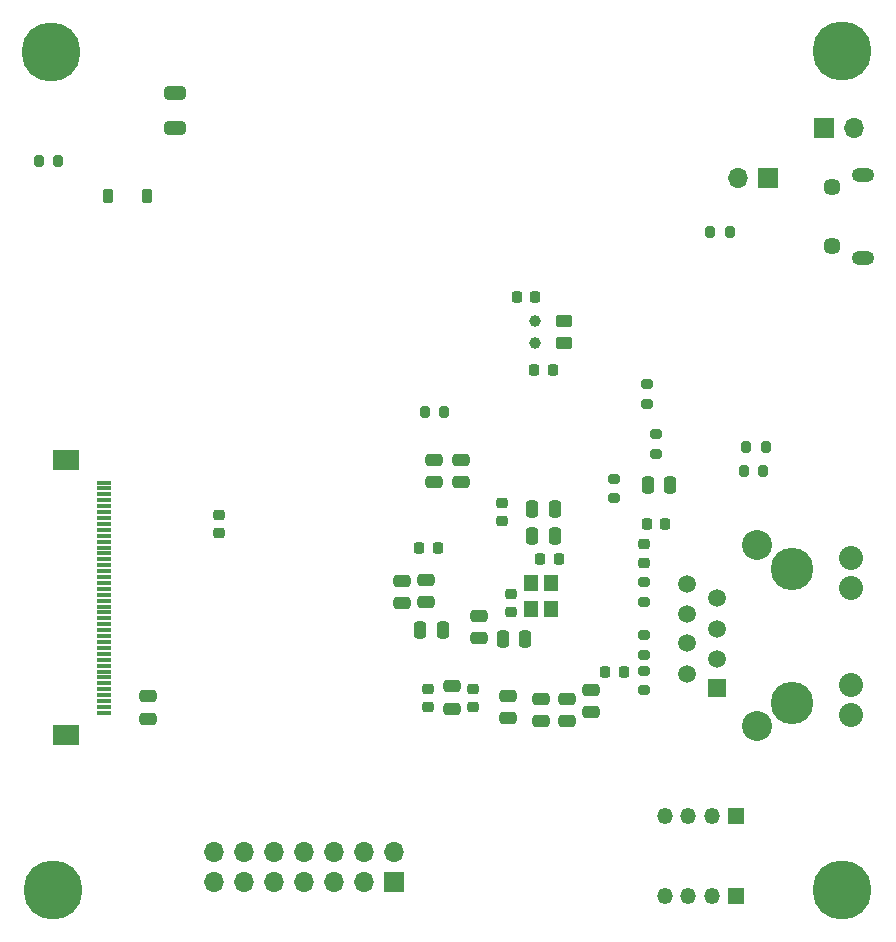
<source format=gbs>
G04 #@! TF.GenerationSoftware,KiCad,Pcbnew,8.0.8*
G04 #@! TF.CreationDate,2025-04-08T21:38:23+05:30*
G04 #@! TF.ProjectId,kaage_pi,6b616167-655f-4706-992e-6b696361645f,rev?*
G04 #@! TF.SameCoordinates,Original*
G04 #@! TF.FileFunction,Soldermask,Bot*
G04 #@! TF.FilePolarity,Negative*
%FSLAX46Y46*%
G04 Gerber Fmt 4.6, Leading zero omitted, Abs format (unit mm)*
G04 Created by KiCad (PCBNEW 8.0.8) date 2025-04-08 21:38:23*
%MOMM*%
%LPD*%
G01*
G04 APERTURE LIST*
G04 Aperture macros list*
%AMRoundRect*
0 Rectangle with rounded corners*
0 $1 Rounding radius*
0 $2 $3 $4 $5 $6 $7 $8 $9 X,Y pos of 4 corners*
0 Add a 4 corners polygon primitive as box body*
4,1,4,$2,$3,$4,$5,$6,$7,$8,$9,$2,$3,0*
0 Add four circle primitives for the rounded corners*
1,1,$1+$1,$2,$3*
1,1,$1+$1,$4,$5*
1,1,$1+$1,$6,$7*
1,1,$1+$1,$8,$9*
0 Add four rect primitives between the rounded corners*
20,1,$1+$1,$2,$3,$4,$5,0*
20,1,$1+$1,$4,$5,$6,$7,0*
20,1,$1+$1,$6,$7,$8,$9,0*
20,1,$1+$1,$8,$9,$2,$3,0*%
G04 Aperture macros list end*
%ADD10C,5.000000*%
%ADD11R,1.350000X1.350000*%
%ADD12O,1.350000X1.350000*%
%ADD13C,2.540000*%
%ADD14R,1.500000X1.500000*%
%ADD15C,1.500000*%
%ADD16C,2.032000*%
%ADD17C,3.599180*%
%ADD18R,1.700000X1.700000*%
%ADD19O,1.700000X1.700000*%
%ADD20C,1.000000*%
%ADD21O,1.900000X1.200000*%
%ADD22C,1.450000*%
%ADD23RoundRect,0.225000X0.225000X0.250000X-0.225000X0.250000X-0.225000X-0.250000X0.225000X-0.250000X0*%
%ADD24RoundRect,0.200000X-0.275000X0.200000X-0.275000X-0.200000X0.275000X-0.200000X0.275000X0.200000X0*%
%ADD25RoundRect,0.225000X0.225000X0.375000X-0.225000X0.375000X-0.225000X-0.375000X0.225000X-0.375000X0*%
%ADD26RoundRect,0.200000X0.275000X-0.200000X0.275000X0.200000X-0.275000X0.200000X-0.275000X-0.200000X0*%
%ADD27RoundRect,0.250000X0.250000X0.475000X-0.250000X0.475000X-0.250000X-0.475000X0.250000X-0.475000X0*%
%ADD28RoundRect,0.250000X0.475000X-0.250000X0.475000X0.250000X-0.475000X0.250000X-0.475000X-0.250000X0*%
%ADD29RoundRect,0.200000X0.200000X0.275000X-0.200000X0.275000X-0.200000X-0.275000X0.200000X-0.275000X0*%
%ADD30RoundRect,0.250000X-0.475000X0.250000X-0.475000X-0.250000X0.475000X-0.250000X0.475000X0.250000X0*%
%ADD31R,1.300000X0.300000*%
%ADD32R,2.200000X1.800000*%
%ADD33RoundRect,0.250000X-0.250000X-0.475000X0.250000X-0.475000X0.250000X0.475000X-0.250000X0.475000X0*%
%ADD34R,1.200000X1.400000*%
%ADD35RoundRect,0.225000X0.250000X-0.225000X0.250000X0.225000X-0.250000X0.225000X-0.250000X-0.225000X0*%
%ADD36RoundRect,0.225000X-0.225000X-0.250000X0.225000X-0.250000X0.225000X0.250000X-0.225000X0.250000X0*%
%ADD37RoundRect,0.225000X-0.250000X0.225000X-0.250000X-0.225000X0.250000X-0.225000X0.250000X0.225000X0*%
%ADD38RoundRect,0.200000X-0.200000X-0.275000X0.200000X-0.275000X0.200000X0.275000X-0.200000X0.275000X0*%
%ADD39RoundRect,0.250000X0.450000X-0.262500X0.450000X0.262500X-0.450000X0.262500X-0.450000X-0.262500X0*%
%ADD40RoundRect,0.218750X0.218750X0.256250X-0.218750X0.256250X-0.218750X-0.256250X0.218750X-0.256250X0*%
%ADD41RoundRect,0.250000X0.650000X-0.325000X0.650000X0.325000X-0.650000X0.325000X-0.650000X-0.325000X0*%
G04 APERTURE END LIST*
D10*
X184250000Y-125000000D03*
D11*
X175250000Y-118750000D03*
D12*
X173250000Y-118750000D03*
X171250000Y-118750000D03*
X169250000Y-118750000D03*
D13*
X177049600Y-111150480D03*
X177049600Y-95750460D03*
D14*
X173699340Y-107899280D03*
D15*
X171149180Y-106700400D03*
X173699340Y-105399920D03*
X171149180Y-104099440D03*
X173699340Y-102900560D03*
X171149180Y-101600080D03*
X173699340Y-100299600D03*
X171149180Y-99100720D03*
D16*
X185049840Y-110149720D03*
X185049840Y-107599560D03*
X185049840Y-99400440D03*
X185049840Y-96850280D03*
D17*
X180049340Y-109199760D03*
X180001080Y-97800240D03*
D18*
X146350000Y-124290000D03*
D19*
X146350000Y-121750000D03*
X143810000Y-124290000D03*
X143810000Y-121750000D03*
X141270000Y-124290000D03*
X141270000Y-121750000D03*
X138730000Y-124290000D03*
X138730000Y-121750000D03*
X136190000Y-124290000D03*
X136190000Y-121750000D03*
X133650000Y-124290000D03*
X133650000Y-121750000D03*
X131110000Y-124290000D03*
X131110000Y-121750000D03*
D18*
X178025000Y-64750000D03*
D19*
X175485000Y-64750000D03*
D11*
X175250000Y-125500000D03*
D12*
X173250000Y-125500000D03*
X171250000Y-125500000D03*
X169250000Y-125500000D03*
D18*
X182750000Y-60500000D03*
D19*
X185290000Y-60500000D03*
D20*
X158250000Y-76800000D03*
X158250000Y-78700000D03*
D21*
X186080000Y-71470000D03*
D22*
X183380000Y-70470000D03*
X183380000Y-65470000D03*
D21*
X186080000Y-64470000D03*
D10*
X117500000Y-125000000D03*
X117280000Y-54040000D03*
X184250000Y-54000000D03*
D23*
X160275000Y-97000000D03*
X158725000Y-97000000D03*
D24*
X165000000Y-90175000D03*
X165000000Y-91825000D03*
D25*
X125400000Y-66250000D03*
X122100000Y-66250000D03*
D26*
X167500000Y-100575000D03*
X167500000Y-98925000D03*
D27*
X159950000Y-92750000D03*
X158050000Y-92750000D03*
D28*
X149750000Y-90450000D03*
X149750000Y-88550000D03*
D29*
X177575000Y-89500000D03*
X175925000Y-89500000D03*
D30*
X125500000Y-108600000D03*
X125500000Y-110500000D03*
X156000000Y-108550000D03*
X156000000Y-110450000D03*
D31*
X121800000Y-110000000D03*
X121800000Y-109500000D03*
X121800000Y-109000000D03*
X121800000Y-108500000D03*
X121800000Y-108000000D03*
X121800000Y-107500000D03*
X121800000Y-107000000D03*
X121800000Y-106500000D03*
X121800000Y-106000000D03*
X121800000Y-105500000D03*
X121800000Y-105000000D03*
X121800000Y-104500000D03*
X121800000Y-104000000D03*
X121800000Y-103500000D03*
X121800000Y-103000000D03*
X121800000Y-102500000D03*
X121800000Y-102000000D03*
X121800000Y-101500000D03*
X121800000Y-101000000D03*
X121800000Y-100500000D03*
X121800000Y-100000000D03*
X121800000Y-99500000D03*
X121800000Y-99000000D03*
X121800000Y-98500000D03*
X121800000Y-98000000D03*
X121800000Y-97500000D03*
X121800000Y-97000000D03*
X121800000Y-96500000D03*
X121800000Y-96000000D03*
X121800000Y-95500000D03*
X121800000Y-95000000D03*
X121800000Y-94500000D03*
X121800000Y-94000000D03*
X121800000Y-93500000D03*
X121800000Y-93000000D03*
X121800000Y-92500000D03*
X121800000Y-92000000D03*
X121800000Y-91500000D03*
X121800000Y-91000000D03*
X121800000Y-90500000D03*
D32*
X118550000Y-111900000D03*
X118550000Y-88600000D03*
D27*
X157450000Y-103750000D03*
X155550000Y-103750000D03*
D23*
X158300000Y-74750000D03*
X156750000Y-74750000D03*
D33*
X148550000Y-103000000D03*
X150450000Y-103000000D03*
D34*
X159600000Y-99000000D03*
X159600000Y-101200000D03*
X157900000Y-101200000D03*
X157900000Y-99000000D03*
D26*
X167500000Y-108075000D03*
X167500000Y-106425000D03*
D30*
X151250000Y-107750000D03*
X151250000Y-109650000D03*
D35*
X156250000Y-101500000D03*
X156250000Y-99950000D03*
D36*
X158225000Y-81000000D03*
X159775000Y-81000000D03*
D35*
X131500000Y-94775000D03*
X131500000Y-93225000D03*
D37*
X153000000Y-107975000D03*
X153000000Y-109525000D03*
D30*
X158750000Y-108800000D03*
X158750000Y-110700000D03*
D38*
X173100000Y-69250000D03*
X174750000Y-69250000D03*
D24*
X167500000Y-103425000D03*
X167500000Y-105075000D03*
D23*
X169275000Y-94000000D03*
X167725000Y-94000000D03*
D37*
X155500000Y-92225000D03*
X155500000Y-93775000D03*
D39*
X160750000Y-78662500D03*
X160750000Y-76837500D03*
D29*
X150575000Y-84500000D03*
X148925000Y-84500000D03*
D30*
X149000000Y-98750000D03*
X149000000Y-100650000D03*
D28*
X153500000Y-103700000D03*
X153500000Y-101800000D03*
D40*
X165787500Y-106500000D03*
X164212500Y-106500000D03*
D29*
X177825000Y-87500000D03*
X176175000Y-87500000D03*
D24*
X168500000Y-86425000D03*
X168500000Y-88075000D03*
D28*
X152000000Y-90450000D03*
X152000000Y-88550000D03*
D37*
X149250000Y-107975000D03*
X149250000Y-109525000D03*
D41*
X127750000Y-60475000D03*
X127750000Y-57525000D03*
D27*
X159950000Y-95000000D03*
X158050000Y-95000000D03*
D36*
X148475000Y-96000000D03*
X150025000Y-96000000D03*
D30*
X147000000Y-98800000D03*
X147000000Y-100700000D03*
D29*
X117900000Y-63250000D03*
X116250000Y-63250000D03*
D35*
X167500000Y-97275000D03*
X167500000Y-95725000D03*
D30*
X161000000Y-108800000D03*
X161000000Y-110700000D03*
D33*
X167800000Y-90750000D03*
X169700000Y-90750000D03*
D30*
X163000000Y-108050000D03*
X163000000Y-109950000D03*
D24*
X167750000Y-82175000D03*
X167750000Y-83825000D03*
M02*

</source>
